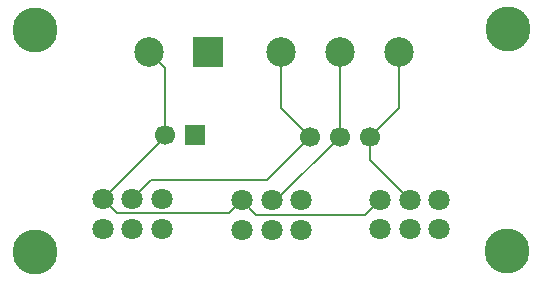
<source format=gbr>
G04 #@! TF.GenerationSoftware,KiCad,Pcbnew,9.0.1*
G04 #@! TF.CreationDate,2025-04-21T21:40:15+02:00*
G04 #@! TF.ProjectId,3_pots_pcb_v0.2a,335f706f-7473-45f7-9063-625f76302e32,rev?*
G04 #@! TF.SameCoordinates,Original*
G04 #@! TF.FileFunction,Copper,L1,Top*
G04 #@! TF.FilePolarity,Positive*
%FSLAX46Y46*%
G04 Gerber Fmt 4.6, Leading zero omitted, Abs format (unit mm)*
G04 Created by KiCad (PCBNEW 9.0.1) date 2025-04-21 21:40:15*
%MOMM*%
%LPD*%
G01*
G04 APERTURE LIST*
G04 #@! TA.AperFunction,ComponentPad*
%ADD10C,1.800000*%
G04 #@! TD*
G04 #@! TA.AperFunction,ComponentPad*
%ADD11C,2.500000*%
G04 #@! TD*
G04 #@! TA.AperFunction,ComponentPad*
%ADD12R,2.500000X2.500000*%
G04 #@! TD*
G04 #@! TA.AperFunction,ComponentPad*
%ADD13C,3.800000*%
G04 #@! TD*
G04 #@! TA.AperFunction,ComponentPad*
%ADD14C,1.700000*%
G04 #@! TD*
G04 #@! TA.AperFunction,ComponentPad*
%ADD15R,1.700000X1.700000*%
G04 #@! TD*
G04 #@! TA.AperFunction,Conductor*
%ADD16C,0.200000*%
G04 #@! TD*
G04 APERTURE END LIST*
D10*
X148925000Y-110125000D03*
X151425000Y-110125000D03*
X153925000Y-110125000D03*
X148925000Y-107625000D03*
X151425000Y-107625000D03*
X153925000Y-107625000D03*
X160725000Y-110225000D03*
X163225000Y-110225000D03*
X165725000Y-110225000D03*
X160725000Y-107725000D03*
X163225000Y-107725000D03*
X165725000Y-107725000D03*
X172425000Y-110175000D03*
X174925000Y-110175000D03*
X177425000Y-110175000D03*
X172425000Y-107675000D03*
X174925000Y-107675000D03*
X177425000Y-107675000D03*
D11*
X152825000Y-95125000D03*
D12*
X157825000Y-95125000D03*
D13*
X143225000Y-93250000D03*
X183175000Y-112025000D03*
X183200000Y-93200000D03*
D14*
X154175000Y-102200000D03*
D15*
X156715000Y-102200000D03*
D13*
X143225000Y-112075000D03*
D14*
X166485000Y-102325000D03*
X169025000Y-102325000D03*
X171565000Y-102325000D03*
D11*
X164025000Y-95125000D03*
X169025000Y-95125000D03*
X174025000Y-95125000D03*
D16*
X159624000Y-108826000D02*
X160725000Y-107725000D01*
X154175000Y-102200000D02*
X154175000Y-102375000D01*
X154175000Y-102375000D02*
X148925000Y-107625000D01*
X171174000Y-108926000D02*
X172425000Y-107675000D01*
X160725000Y-107725000D02*
X161926000Y-108926000D01*
X148925000Y-107625000D02*
X150126000Y-108826000D01*
X152825000Y-95125000D02*
X154175000Y-96475000D01*
X150126000Y-108826000D02*
X159624000Y-108826000D01*
X161926000Y-108926000D02*
X171174000Y-108926000D01*
X154175000Y-96475000D02*
X154175000Y-102200000D01*
X163225000Y-107725000D02*
X163325000Y-107825000D01*
X169025000Y-95125000D02*
X169025000Y-102325000D01*
X163625000Y-107725000D02*
X163225000Y-107725000D01*
X163325000Y-107825000D02*
X163525000Y-107825000D01*
X169025000Y-102325000D02*
X163625000Y-107725000D01*
X151425000Y-107625000D02*
X153050000Y-106000000D01*
X166485000Y-102325000D02*
X164025000Y-99865000D01*
X153050000Y-106000000D02*
X162810000Y-106000000D01*
X164025000Y-99865000D02*
X164025000Y-95125000D01*
X162810000Y-106000000D02*
X166485000Y-102325000D01*
X174025000Y-99865000D02*
X171565000Y-102325000D01*
X171565000Y-102325000D02*
X171565000Y-104315000D01*
X174025000Y-95125000D02*
X174025000Y-99865000D01*
X171565000Y-104315000D02*
X174925000Y-107675000D01*
M02*

</source>
